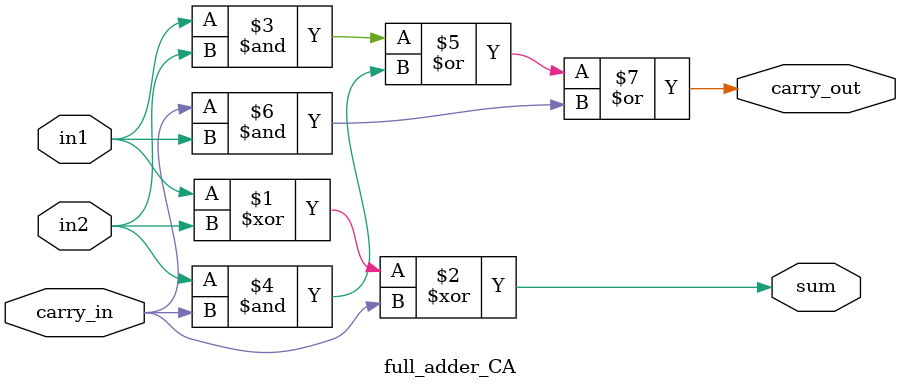
<source format=v>

module bcd_adder_4bit (
    sum,cout,in1,in2,cin, wire6
);
    input [3:0] in1, in2;
    input cin;
    output [3:0] sum;
    output cout;

    wire[3:0] wire1, wire10;
    wire wire2, wire3,wire4,wire5;

    output wire6;

    parallel_adder p1(wire1, wire2, in1, in2, cin);
    and a1(wire3, wire1[3], wire1[2]);
    and a2(wire4, wire1[3], wire1[1]);
    or o1(wire5, wire3, wire4);
    or o2(wire6, wire5, wire2);

    assign wire10[3]=1'b0;
    assign wire10[2]= wire6;
    assign wire10[1]= wire6;
    assign wire10[0]=1'b0;

    parallel_adder p2(sum, cout, wire1, wire10, cin);

endmodule
module parallel_adder (
    sum,carry_out,in1,in2,carry_in
);
    input [3:0] in1, in2;
    output [3:0]sum;
    output carry_out;
    input carry_in;
    wire [2:0] wire1;

    full_adder_CA f1(sum[0],wire1[0],in1[0],in2[0],carry_in);
    
    full_adder_CA f2(sum[1],wire1[1],in1[1],in2[1],wire1[0]);
    
    full_adder_CA f3(sum[2],wire1[2],in1[2],in2[2],wire1[1]);
    
    full_adder_CA f4(sum[3],carry_out,in1[3],in2[3],wire1[2]);

endmodule

module full_adder_CA(
    sum,carry_out,in1,in2,carry_in
);
input in1,in2, carry_in;
output sum, carry_out;
wire wire1, wire2, wire3;
assign sum=(in1^in2)^carry_in;
assign carry_out=(in1 & in2)|(in2 & carry_in)|(carry_in & in1);
endmodule
</source>
